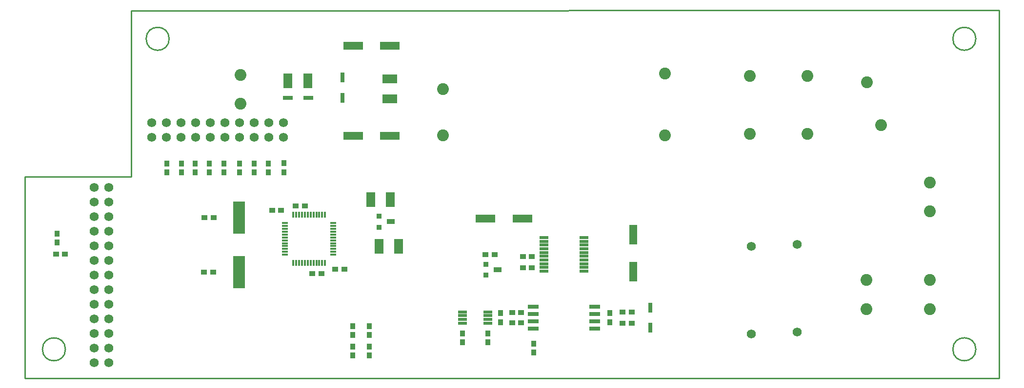
<source format=gts>
*
*
G04 PADS 9.5 Build Number: 522968 generated Gerber (RS-274-X) file*
G04 PC Version=2.1*
*
%IN "opqbox2.pcb"*%
*
%MOIN*%
*
%FSLAX35Y35*%
*
*
*
*
G04 PC Standard Apertures*
*
*
G04 Thermal Relief Aperture macro.*
%AMTER*
1,1,$1,0,0*
1,0,$1-$2,0,0*
21,0,$3,$4,0,0,45*
21,0,$3,$4,0,0,135*
%
*
*
G04 Annular Aperture macro.*
%AMANN*
1,1,$1,0,0*
1,0,$2,0,0*
%
*
*
G04 Odd Aperture macro.*
%AMODD*
1,1,$1,0,0*
1,0,$1-0.005,0,0*
%
*
*
G04 PC Custom Aperture Macros*
*
*
*
*
*
*
G04 PC Aperture Table*
*
%ADD010C,0.001*%
%ADD013C,0.01*%
%ADD134C,0.062*%
%ADD153R,0.032X0.04*%
%ADD154R,0.04X0.032*%
%ADD155R,0.062X0.102*%
%ADD156R,0.065X0.0295*%
%ADD157R,0.038X0.038*%
%ADD158R,0.052X0.038*%
%ADD159C,0.08074*%
%ADD160R,0.0295X0.065*%
%ADD161R,0.102X0.062*%
%ADD162R,0.08074X0.21854*%
%ADD163R,0.04137X0.01184*%
%ADD164R,0.01184X0.04137*%
%ADD165R,0.05909X0.01972*%
%ADD166R,0.13586X0.05712*%
%ADD167R,0.06499X0.01972*%
%ADD168R,0.07287X0.02562*%
%ADD169R,0.05712X0.13586*%
*
*
*
*
G04 PC Circuitry*
G04 Layer Name opqbox2.pcb - circuitry*
%LPD*%
*
*
G04 PC Custom Flashes*
G04 Layer Name opqbox2.pcb - flashes*
%LPD*%
*
*
G04 PC Circuitry*
G04 Layer Name opqbox2.pcb - circuitry*
%LPD*%
*
G54D10*
G54D13*
G01X1135433Y225984D02*
X470079D01*
Y363681*
X542717*
Y477362*
X1135433Y477953*
Y225984*
X497638Y245669D02*
G75*
G03X497638I-7874J0D01*
G01X568504Y458268D02*
G03X568504I-7874J0D01*
G01X1119685D02*
G03X1119685I-7874J0D01*
G01Y245669D02*
G03X1119685I-7874J0D01*
G54D134*
G01X517165Y356496D03*
X527165D03*
X517165Y346496D03*
X527165D03*
X517165Y336496D03*
X527165D03*
X517165Y326496D03*
X527165D03*
X517165Y316496D03*
X527165D03*
X517165Y306496D03*
X527165D03*
X517165Y296496D03*
X527165D03*
X517165Y286496D03*
X527165D03*
X517165Y276496D03*
X527165D03*
X517165Y266496D03*
X527165D03*
X517165Y256496D03*
X527165D03*
X517165Y246496D03*
X527165D03*
X517165Y236496D03*
X527165D03*
X556693Y390748D03*
Y400748D03*
X566693Y390748D03*
Y400748D03*
X576693Y390748D03*
Y400748D03*
X586693Y390748D03*
Y400748D03*
X596693Y390748D03*
Y400748D03*
X606693Y390748D03*
Y400748D03*
X616693Y390748D03*
Y400748D03*
X626693Y390748D03*
Y400748D03*
X636693Y390748D03*
Y400748D03*
X646693Y390748D03*
Y400748D03*
X966339Y316102D03*
Y256102D03*
X997638Y257480D03*
Y317480D03*
G54D153*
X705315Y247588D03*
Y241388D03*
X693898Y255365D03*
Y261565D03*
Y247588D03*
Y241388D03*
X705315Y255365D03*
Y261565D03*
X491929Y324950D03*
Y318750D03*
X817520Y243357D03*
Y249557D03*
X646850Y366979D03*
Y373179D03*
X636417Y366782D03*
Y372982D03*
X596063D03*
Y366782D03*
X605906D03*
Y372982D03*
X586220D03*
Y366782D03*
X626575Y372982D03*
Y366782D03*
X576772Y372982D03*
Y366782D03*
X566929Y372982D03*
Y366782D03*
X616535Y372982D03*
Y366782D03*
X786220Y250443D03*
Y256643D03*
X768898Y250443D03*
Y256643D03*
X794882Y270423D03*
Y264223D03*
X869685Y270423D03*
Y264223D03*
G54D154*
X645029Y340945D03*
X638829D03*
X592372Y298425D03*
X598572D03*
X592569Y335827D03*
X598769D03*
X666388Y297638D03*
X672588D03*
X681939Y300591D03*
X688139D03*
X491191Y310827D03*
X497391D03*
X654971Y343898D03*
X661171D03*
X816289Y309252D03*
X810089D03*
X816289Y301378D03*
X810089D03*
X790895Y310630D03*
X784695D03*
X809006Y270669D03*
X802806D03*
X809006Y263780D03*
X802806D03*
X884596Y263386D03*
X878396D03*
X884596Y271260D03*
X878396D03*
G54D155*
X663246Y429528D03*
X649746D03*
X711754Y316142D03*
X725254D03*
X719742Y348031D03*
X706242D03*
G54D156*
X663446Y417717D03*
X649546D03*
G54D157*
X784880Y303986D03*
Y296486D03*
X711848Y336821D03*
Y329321D03*
G54D158*
X792880Y300236D03*
X719848Y333071D03*
G54D159*
X617126Y433465D03*
Y413780D03*
X907087Y392323D03*
Y434646D03*
X755512Y423819D03*
Y392323D03*
X1045104Y428588D03*
X1054946Y399060D03*
X1004528Y432677D03*
X965157D03*
X1004528Y393307D03*
X965157D03*
X1088189Y340157D03*
Y359843D03*
Y273228D03*
Y293228D03*
X1044882Y273228D03*
Y293228D03*
G54D160*
X686811Y417853D03*
Y431753D03*
X897244Y260373D03*
Y274273D03*
G54D161*
X719291Y430766D03*
Y417266D03*
G54D162*
X616142Y298425D03*
Y335827D03*
G54D163*
X647736Y332087D03*
Y330118D03*
Y328150D03*
Y326181D03*
Y324213D03*
Y322244D03*
Y320276D03*
Y318307D03*
Y316339D03*
Y314370D03*
Y312402D03*
Y310433D03*
X680610D03*
Y312402D03*
Y314370D03*
Y316339D03*
Y318307D03*
Y320276D03*
Y322244D03*
Y324213D03*
Y326181D03*
Y328150D03*
Y330118D03*
Y332087D03*
G54D164*
X653346Y304823D03*
X655315D03*
X657283D03*
X659252D03*
X661220D03*
X663189D03*
X665157D03*
X667126D03*
X669094D03*
X671063D03*
X673031D03*
X675000D03*
Y337697D03*
X673031D03*
X671063D03*
X669094D03*
X667126D03*
X665157D03*
X663189D03*
X661220D03*
X659252D03*
X657283D03*
X655315D03*
X653346D03*
G54D165*
X786417Y263622D03*
Y266181D03*
Y268740D03*
Y271299D03*
X768898D03*
Y268740D03*
Y266181D03*
Y263622D03*
G54D166*
X719291Y391732D03*
X694094D03*
X719291Y453543D03*
X694094D03*
X784646Y335039D03*
X809843D03*
G54D167*
X824606Y322146D03*
Y319587D03*
Y317028D03*
Y314469D03*
Y311909D03*
Y309350D03*
Y306791D03*
Y304232D03*
Y301673D03*
Y299114D03*
X851772D03*
Y301673D03*
Y304232D03*
Y306791D03*
Y309350D03*
Y311909D03*
Y314469D03*
Y317028D03*
Y319587D03*
Y322146D03*
G54D168*
X859154Y259823D03*
Y264823D03*
Y269823D03*
Y274823D03*
X817224D03*
Y269823D03*
Y264823D03*
Y259823D03*
G54D169*
X885433Y298819D03*
Y324016D03*
G74*
X0Y0D02*
M02*

</source>
